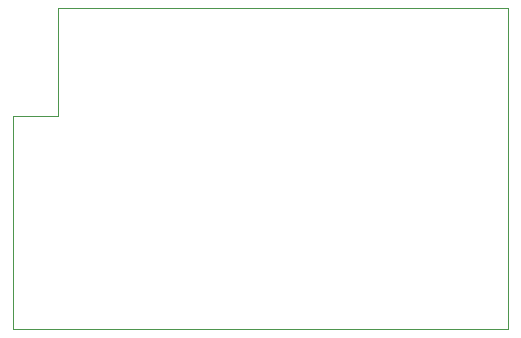
<source format=gm1>
G04 #@! TF.GenerationSoftware,KiCad,Pcbnew,6.0.11-2627ca5db0~126~ubuntu22.04.1*
G04 #@! TF.CreationDate,2023-02-08T11:56:43+02:00*
G04 #@! TF.ProjectId,MHI-AC-CTRL,4d48492d-4143-42d4-9354-524c2e6b6963,v2.3*
G04 #@! TF.SameCoordinates,Original*
G04 #@! TF.FileFunction,Profile,NP*
%FSLAX46Y46*%
G04 Gerber Fmt 4.6, Leading zero omitted, Abs format (unit mm)*
G04 Created by KiCad (PCBNEW 6.0.11-2627ca5db0~126~ubuntu22.04.1) date 2023-02-08 11:56:43*
%MOMM*%
%LPD*%
G01*
G04 APERTURE LIST*
G04 #@! TA.AperFunction,Profile*
%ADD10C,0.100000*%
G04 #@! TD*
G04 APERTURE END LIST*
D10*
X83058000Y-37084000D02*
X121158000Y-37084000D01*
X79248000Y-46228000D02*
X79248000Y-64262000D01*
X83058000Y-46228000D02*
X83058000Y-37084000D01*
X79248000Y-46228000D02*
X83058000Y-46228000D01*
X121158000Y-64262000D02*
X79248000Y-64262000D01*
X121158000Y-37084000D02*
X121158000Y-64262000D01*
M02*

</source>
